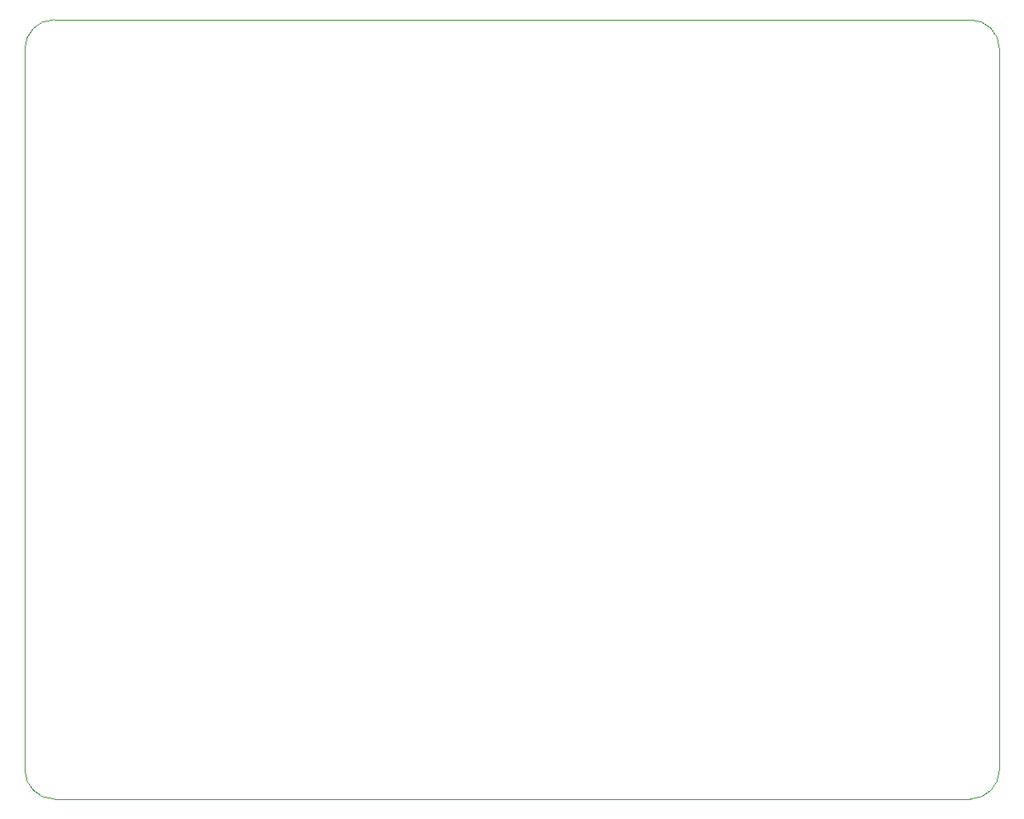
<source format=gbr>
%TF.GenerationSoftware,KiCad,Pcbnew,(6.0.5)*%
%TF.CreationDate,2022-07-01T12:58:53+07:00*%
%TF.ProjectId,MARUKO_RS485_PoC,4d415255-4b4f-45f5-9253-3438355f506f,rev?*%
%TF.SameCoordinates,Original*%
%TF.FileFunction,Profile,NP*%
%FSLAX46Y46*%
G04 Gerber Fmt 4.6, Leading zero omitted, Abs format (unit mm)*
G04 Created by KiCad (PCBNEW (6.0.5)) date 2022-07-01 12:58:53*
%MOMM*%
%LPD*%
G01*
G04 APERTURE LIST*
%TA.AperFunction,Profile*%
%ADD10C,0.100000*%
%TD*%
G04 APERTURE END LIST*
D10*
X94850000Y-60600000D02*
X188850000Y-60600000D01*
X188850000Y-140600000D02*
X94850000Y-140600000D01*
X191850000Y-63600000D02*
X191850000Y-137600000D01*
X188850000Y-140600000D02*
G75*
G03*
X191850000Y-137600000I0J3000000D01*
G01*
X191850000Y-63600000D02*
G75*
G03*
X188850000Y-60600000I-3000000J0D01*
G01*
X91850000Y-137600000D02*
X91850000Y-63600000D01*
X91850000Y-137600000D02*
G75*
G03*
X94850000Y-140600000I3000000J0D01*
G01*
X94850000Y-60600000D02*
G75*
G03*
X91850000Y-63600000I0J-3000000D01*
G01*
M02*

</source>
